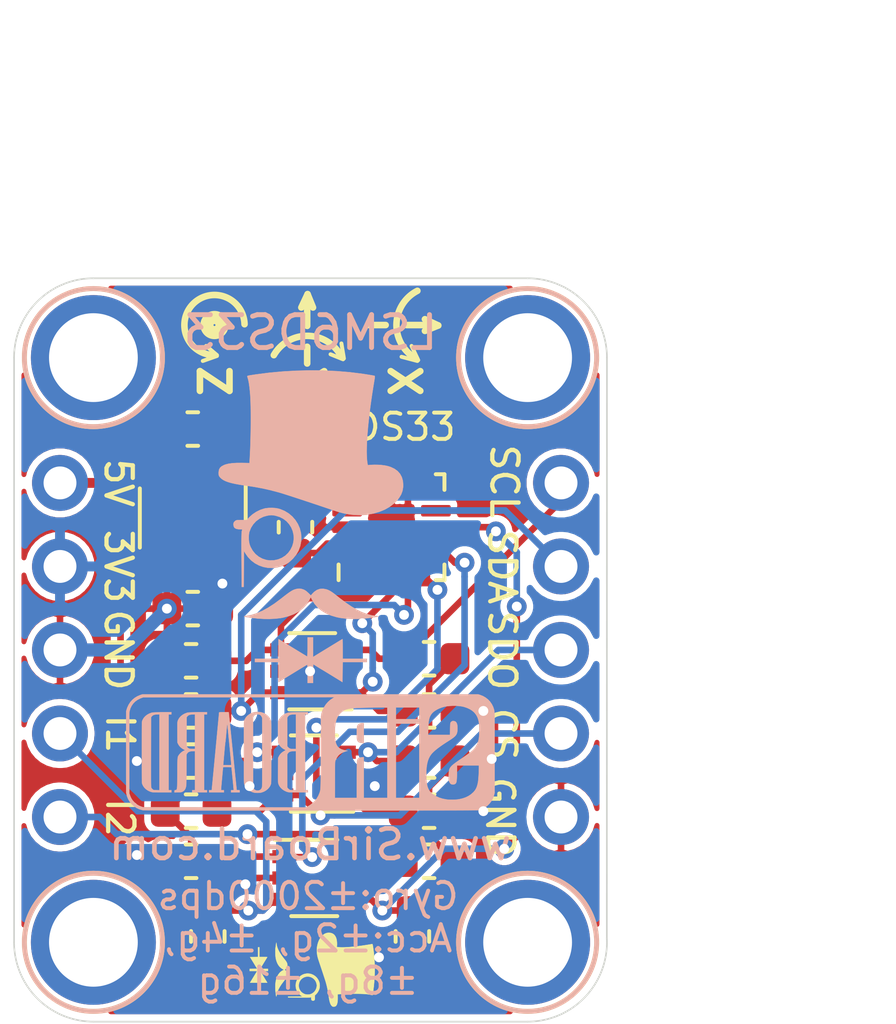
<source format=kicad_pcb>
(kicad_pcb (version 20171130) (host pcbnew "(5.1.2)-2")
  (title_block (title "LSM6DS33 Breakout with 5V Level Shift") (date 2020-01-09) (rev 1) (company SirBoard) (comment 1 "Gyroscope: ±125/±245/±500/±1000/±2000 dps") (comment 2 "Accelerometer: ±2g, ±4g, ±8g, ±16g") (comment 3 "Digital Accelerometer and Gyroscope with I2C and SPI") (comment 4 "LSM6DS33 "))
  (layers (0 F.Cu signal) (31 B.Cu signal) (34 B.Paste user hide) (35 F.Paste user hide) (36 B.SilkS user) (37 F.SilkS user) (38 B.Mask user hide) (39 F.Mask user hide) (44 Edge.Cuts user))
  (net 0 "")
  (net 1 GND)
  (net 2 5V)
  (net 3 3V3)
  (net 4 "Net-(U1-Pad4)")
  (net 5 SCL_5V)
  (net 6 SDA_3V3)
  (net 7 SDA_5V)
  (net 8 SCL_3V3)
  (net 9 CS_5V)
  (net 10 CS_3V3)
  (net 11 SDO_5V)
  (net 12 SDO_3V3)
  (net 13 INT1_3V3)
  (net 14 INT1_5V)
  (net 15 INT2_3V3)
  (net 16 "Net-(U2-Pad14)")
  (net 17 INT2_5V)
  (module logo:SirBoard112x35 (layer B.Cu) (at 65.2272 40.3733 180)
    (fp_text reference G*** hide)
    (fp_text value LOGO hide)
  )
  (module logo:logo94x134 (layer B.Cu) (at 65.2272 33.5153 180)
    (fp_text reference G*** hide)
    (fp_text value LOGO hide)
  )
  (module logo:logo38x53 (layer F.Cu) (at 65.278 46.99 270)
    (fp_text reference G*** hide)
    (fp_text value LOGO hide)
  )
  (module Capacitor_SMD:C_0603_1608Metric (layer F.Cu) (at 64.77 33.528 90)
    (fp_text reference C2 hide)
    (fp_text value 100nF)
    (pad 2 smd roundrect (at 0.7875 0 90) (size 0.875 0.95) (layers F.Cu F.Paste F.Mask) (net 1 GND))
    (pad 1 smd roundrect (at -0.7875 0 90) (size 0.875 0.95) (layers F.Cu F.Paste F.Mask) (net 3 3V3))
  )
  (module SirBoardLibrary:QFN-COL-16-P=0.5 (layer F.Cu) (at 67.691 33.528 90)
    (fp_text reference U2 hide)
    (fp_text value LSM6DS33)
    (pad 16 smd roundrect (at -0.5 -1.35 90) (size 0.35 0.9) (layers F.Cu F.Paste F.Mask) (roundrect_rratio 0.15) (net 3 3V3))
    (pad 15 smd roundrect (at 0 -1.35 90) (size 0.35 0.9) (layers F.Cu F.Paste F.Mask) (roundrect_rratio 0.15) (net 1 GND))
    (pad 14 smd roundrect (at 0.5 -1.35 90) (size 0.35 0.9) (layers F.Cu F.Paste F.Mask) (roundrect_rratio 0.15) (net 16 "Net-(U2-Pad14)"))
    (pad 13 smd roundrect (at 1.35 -1) (size 0.35 0.9) (layers F.Cu F.Paste F.Mask) (roundrect_rratio 0.15) (net 1 GND))
    (pad 12 smd roundrect (at 1.35 -0.5) (size 0.35 0.9) (layers F.Cu F.Paste F.Mask) (roundrect_rratio 0.15) (net 1 GND))
    (pad 11 smd roundrect (at 1.35 0) (size 0.35 0.9) (layers F.Cu F.Paste F.Mask) (roundrect_rratio 0.15) (net 1 GND))
    (pad 10 smd roundrect (at 1.35 0.5) (size 0.35 0.9) (layers F.Cu F.Paste F.Mask) (roundrect_rratio 0.15) (net 1 GND))
    (pad 9 smd roundrect (at 1.35 1) (size 0.35 0.9) (layers F.Cu F.Paste F.Mask) (roundrect_rratio 0.15) (net 1 GND))
    (pad 8 smd roundrect (at 0.5 1.35 270) (size 0.35 0.9) (layers F.Cu F.Paste F.Mask) (roundrect_rratio 0.15) (net 1 GND))
    (pad 7 smd roundrect (at 0 1.35 270) (size 0.35 0.9) (layers F.Cu F.Paste F.Mask) (roundrect_rratio 0.15) (net 13 INT1_3V3))
    (pad 6 smd roundrect (at -0.5 1.35 270) (size 0.35 0.9) (layers F.Cu F.Paste F.Mask) (roundrect_rratio 0.15) (net 15 INT2_3V3))
    (pad 5 smd roundrect (at -1.35 1 180) (size 0.35 0.9) (layers F.Cu F.Paste F.Mask) (roundrect_rratio 0.15) (net 10 CS_3V3))
    (pad 4 smd roundrect (at -1.35 0.5 180) (size 0.35 0.9) (layers F.Cu F.Paste F.Mask) (roundrect_rratio 0.15) (net 12 SDO_3V3))
    (pad 3 smd roundrect (at -1.35 0 180) (size 0.35 0.9) (layers F.Cu F.Paste F.Mask) (roundrect_rratio 0.15) (net 6 SDA_3V3))
    (pad 2 smd roundrect (at -1.35 -0.5 180) (size 0.35 0.9) (layers F.Cu F.Paste F.Mask) (roundrect_rratio 0.15) (net 8 SCL_3V3))
    (pad 1 smd roundrect (at -1.35 -1 180) (size 0.35 0.9) (layers F.Cu F.Paste F.Mask) (roundrect_rratio 0.15) (net 3 3V3))
  )
  (module Resistor_SMD:R_0603_1608Metric (layer F.Cu) (at 62.103 45.974 90)
    (fp_text reference R12 hide)
    (fp_text value 10K)
    (pad 2 smd roundrect (at 0.7875 0 90) (size 0.875 0.95) (layers F.Cu F.Paste F.Mask) (net 14 INT1_5V))
    (pad 1 smd roundrect (at -0.7875 0 90) (size 0.875 0.95) (layers F.Cu F.Paste F.Mask) (net 2 5V))
  )
  (module Resistor_SMD:R_0603_1608Metric (layer F.Cu) (at 68.326 45.974 270)
    (fp_text reference R11 hide)
    (fp_text value 10K)
    (pad 2 smd roundrect (at 0.7875 0 270) (size 0.875 0.95) (layers F.Cu F.Paste F.Mask) (net 3 3V3))
    (pad 1 smd roundrect (at -0.7875 0 270) (size 0.875 0.95) (layers F.Cu F.Paste F.Mask) (net 13 INT1_3V3))
  )
  (module Resistor_SMD:R_0603_1608Metric (layer F.Cu) (at 68.834 43.688 180)
    (fp_text reference R10 hide)
    (fp_text value 10K)
    (pad 2 smd roundrect (at 0.7875 0 180) (size 0.875 0.95) (layers F.Cu F.Paste F.Mask) (net 17 INT2_5V))
    (pad 1 smd roundrect (at -0.7875 0 180) (size 0.875 0.95) (layers F.Cu F.Paste F.Mask) (net 2 5V))
  )
  (module Resistor_SMD:R_0603_1608Metric (layer F.Cu) (at 61.595 43.688 180)
    (fp_text reference R9 hide)
    (fp_text value 10K)
    (pad 2 smd roundrect (at 0.7875 0 180) (size 0.875 0.95) (layers F.Cu F.Paste F.Mask) (net 3 3V3))
    (pad 1 smd roundrect (at -0.7875 0 180) (size 0.875 0.95) (layers F.Cu F.Paste F.Mask) (net 15 INT2_3V3))
  )
  (module Package_TO_SOT_SMD:SOT-363_SC-70-6 (layer F.Cu) (at 65.3415 44.196)
    (fp_text reference Q3 hide)
    (fp_text value BSS138DW)
    (pad 6 smd rect (at 0.95 -0.65) (size 0.65 0.4) (layers F.Cu F.Paste F.Mask) (net 17 INT2_5V))
    (pad 4 smd rect (at 0.95 0.65) (size 0.65 0.4) (layers F.Cu F.Paste F.Mask) (net 13 INT1_3V3))
    (pad 2 smd rect (at -0.95 0) (size 0.65 0.4) (layers F.Cu F.Paste F.Mask) (net 3 3V3))
    (pad 5 smd rect (at 0.95 0) (size 0.65 0.4) (layers F.Cu F.Paste F.Mask) (net 3 3V3))
    (pad 3 smd rect (at -0.95 0.65) (size 0.65 0.4) (layers F.Cu F.Paste F.Mask) (net 14 INT1_5V))
    (pad 1 smd rect (at -0.95 -0.65) (size 0.65 0.4) (layers F.Cu F.Paste F.Mask) (net 15 INT2_3V3))
  )
  (module Connector_PinHeader_2.54mm:PinHeader_1x05_P2.54mm_Vertical (layer F.Cu) (at 72.8472 32.1818)
    (fp_text reference J2 hide)
    (fp_text value Conn_01x05)
    (pad 5 thru_hole oval (at 0 10.16) (size 1.7 1.7) (drill 1) (layers *.Cu *.Mask) (net 1 GND))
    (pad 4 thru_hole oval (at 0 7.62) (size 1.7 1.7) (drill 1) (layers *.Cu *.Mask) (net 9 CS_5V))
    (pad 3 thru_hole oval (at 0 5.08) (size 1.7 1.7) (drill 1) (layers *.Cu *.Mask) (net 11 SDO_5V))
    (pad 2 thru_hole oval (at 0 2.54) (size 1.7 1.7) (drill 1) (layers *.Cu *.Mask) (net 7 SDA_5V))
    (pad 1 thru_hole circle (at 0 0) (size 1.7 1.7) (drill 1) (layers *.Cu *.Mask) (net 5 SCL_5V))
  )
  (module Connector_PinHeader_2.54mm:PinHeader_1x05_P2.54mm_Vertical (layer F.Cu) (at 57.6072 32.1818)
    (fp_text reference J1 hide)
    (fp_text value Conn_01x05)
    (pad 5 thru_hole oval (at 0 10.16) (size 1.7 1.7) (drill 1) (layers *.Cu *.Mask) (net 17 INT2_5V))
    (pad 4 thru_hole oval (at 0 7.62) (size 1.7 1.7) (drill 1) (layers *.Cu *.Mask) (net 14 INT1_5V))
    (pad 3 thru_hole oval (at 0 5.08) (size 1.7 1.7) (drill 1) (layers *.Cu *.Mask) (net 1 GND))
    (pad 2 thru_hole oval (at 0 2.54) (size 1.7 1.7) (drill 1) (layers *.Cu *.Mask) (net 3 3V3))
    (pad 1 thru_hole circle (at 0 0) (size 1.7 1.7) (drill 1) (layers *.Cu *.Mask) (net 2 5V))
  )
  (module Package_TO_SOT_SMD:SOT-23-5 (layer F.Cu) (at 61.6458 33.2486 270)
    (fp_text reference U1 hide)
    (fp_text value AP2127K-3.3)
    (pad 5 smd rect (at 1.1 -0.95 270) (size 1.06 0.65) (layers F.Cu F.Paste F.Mask) (net 3 3V3))
    (pad 4 smd rect (at 1.1 0.95 270) (size 1.06 0.65) (layers F.Cu F.Paste F.Mask) (net 4 "Net-(U1-Pad4)"))
    (pad 3 smd rect (at -1.1 0.95 270) (size 1.06 0.65) (layers F.Cu F.Paste F.Mask) (net 2 5V))
    (pad 2 smd rect (at -1.1 0 270) (size 1.06 0.65) (layers F.Cu F.Paste F.Mask) (net 1 GND))
    (pad 1 smd rect (at -1.1 -0.95 270) (size 1.06 0.65) (layers F.Cu F.Paste F.Mask) (net 2 5V))
  )
  (module Resistor_SMD:R_0603_1608Metric (layer F.Cu) (at 68.834 37.5285 180)
    (fp_text reference R8 hide)
    (fp_text value 10K)
    (pad 2 smd roundrect (at 0.7875 0 180) (size 0.875 0.95) (layers F.Cu F.Paste F.Mask) (net 5 SCL_5V))
    (pad 1 smd roundrect (at -0.7875 0 180) (size 0.875 0.95) (layers F.Cu F.Paste F.Mask) (net 2 5V))
  )
  (module Resistor_SMD:R_0603_1608Metric (layer F.Cu) (at 61.595 37.592 180)
    (fp_text reference R7 hide)
    (fp_text value 10K)
    (pad 2 smd roundrect (at 0.7875 0 180) (size 0.875 0.95) (layers F.Cu F.Paste F.Mask) (net 3 3V3))
    (pad 1 smd roundrect (at -0.7875 0 180) (size 0.875 0.95) (layers F.Cu F.Paste F.Mask) (net 8 SCL_3V3))
  )
  (module Resistor_SMD:R_0603_1608Metric (layer F.Cu) (at 61.595 39.116)
    (fp_text reference R6 hide)
    (fp_text value 10K)
    (pad 2 smd roundrect (at 0.7875 0) (size 0.875 0.95) (layers F.Cu F.Paste F.Mask) (net 7 SDA_5V))
    (pad 1 smd roundrect (at -0.7875 0) (size 0.875 0.95) (layers F.Cu F.Paste F.Mask) (net 2 5V))
  )
  (module Resistor_SMD:R_0603_1608Metric (layer F.Cu) (at 68.834 39.116)
    (fp_text reference R5 hide)
    (fp_text value 10K)
    (pad 2 smd roundrect (at 0.7875 0) (size 0.875 0.95) (layers F.Cu F.Paste F.Mask) (net 3 3V3))
    (pad 1 smd roundrect (at -0.7875 0) (size 0.875 0.95) (layers F.Cu F.Paste F.Mask) (net 6 SDA_3V3))
  )
  (module Resistor_SMD:R_0603_1608Metric (layer F.Cu) (at 68.834 40.64 180)
    (fp_text reference R4 hide)
    (fp_text value 10K)
    (pad 2 smd roundrect (at 0.7875 0 180) (size 0.875 0.95) (layers F.Cu F.Paste F.Mask) (net 11 SDO_5V))
    (pad 1 smd roundrect (at -0.7875 0 180) (size 0.875 0.95) (layers F.Cu F.Paste F.Mask) (net 2 5V))
  )
  (module Resistor_SMD:R_0603_1608Metric (layer F.Cu) (at 61.595 40.64 180)
    (fp_text reference R3 hide)
    (fp_text value 10K)
    (pad 2 smd roundrect (at 0.7875 0 180) (size 0.875 0.95) (layers F.Cu F.Paste F.Mask) (net 3 3V3))
    (pad 1 smd roundrect (at -0.7875 0 180) (size 0.875 0.95) (layers F.Cu F.Paste F.Mask) (net 12 SDO_3V3))
  )
  (module Resistor_SMD:R_0603_1608Metric (layer F.Cu) (at 61.595 42.164)
    (fp_text reference R2 hide)
    (fp_text value 10K)
    (pad 2 smd roundrect (at 0.7875 0) (size 0.875 0.95) (layers F.Cu F.Paste F.Mask) (net 9 CS_5V))
    (pad 1 smd roundrect (at -0.7875 0) (size 0.875 0.95) (layers F.Cu F.Paste F.Mask) (net 2 5V))
  )
  (module Resistor_SMD:R_0603_1608Metric (layer F.Cu) (at 68.834 42.164)
    (fp_text reference R1 hide)
    (fp_text value 10K)
    (pad 2 smd roundrect (at 0.7875 0) (size 0.875 0.95) (layers F.Cu F.Paste F.Mask) (net 3 3V3))
    (pad 1 smd roundrect (at -0.7875 0) (size 0.875 0.95) (layers F.Cu F.Paste F.Mask) (net 10 CS_3V3))
  )
  (module Package_TO_SOT_SMD:SOT-363_SC-70-6 (layer F.Cu) (at 65.278 37.9095 180)
    (fp_text reference Q2 hide)
    (fp_text value BSS138DW)
    (pad 6 smd rect (at 0.95 -0.65 180) (size 0.65 0.4) (layers F.Cu F.Paste F.Mask) (net 7 SDA_5V))
    (pad 4 smd rect (at 0.95 0.65 180) (size 0.65 0.4) (layers F.Cu F.Paste F.Mask) (net 8 SCL_3V3))
    (pad 2 smd rect (at -0.95 0 180) (size 0.65 0.4) (layers F.Cu F.Paste F.Mask) (net 3 3V3))
    (pad 5 smd rect (at 0.95 0 180) (size 0.65 0.4) (layers F.Cu F.Paste F.Mask) (net 3 3V3))
    (pad 3 smd rect (at -0.95 0.65 180) (size 0.65 0.4) (layers F.Cu F.Paste F.Mask) (net 5 SCL_5V))
    (pad 1 smd rect (at -0.95 -0.65 180) (size 0.65 0.4) (layers F.Cu F.Paste F.Mask) (net 6 SDA_3V3))
  )
  (module Package_TO_SOT_SMD:SOT-363_SC-70-6 (layer F.Cu) (at 65.3288 41.021 180)
    (fp_text reference Q1 hide)
    (fp_text value BSS138DW)
    (pad 6 smd rect (at 0.95 -0.65 180) (size 0.65 0.4) (layers F.Cu F.Paste F.Mask) (net 9 CS_5V))
    (pad 4 smd rect (at 0.95 0.65 180) (size 0.65 0.4) (layers F.Cu F.Paste F.Mask) (net 12 SDO_3V3))
    (pad 2 smd rect (at -0.95 0 180) (size 0.65 0.4) (layers F.Cu F.Paste F.Mask) (net 3 3V3))
    (pad 5 smd rect (at 0.95 0 180) (size 0.65 0.4) (layers F.Cu F.Paste F.Mask) (net 3 3V3))
    (pad 3 smd rect (at -0.95 0.65 180) (size 0.65 0.4) (layers F.Cu F.Paste F.Mask) (net 11 SDO_5V))
    (pad 1 smd rect (at -0.95 -0.65 180) (size 0.65 0.4) (layers F.Cu F.Paste F.Mask) (net 10 CS_3V3))
  )
  (module Capacitor_SMD:C_0603_1608Metric (layer F.Cu) (at 61.6458 36.0045 180)
    (fp_text reference C3 hide)
    (fp_text value 1uF)
    (pad 2 smd roundrect (at 0.7875 0 180) (size 0.875 0.95) (layers F.Cu F.Paste F.Mask) (net 1 GND))
    (pad 1 smd roundrect (at -0.7875 0 180) (size 0.875 0.95) (layers F.Cu F.Paste F.Mask) (net 3 3V3))
  )
  (module Capacitor_SMD:C_0603_1608Metric (layer F.Cu) (at 61.6458 30.5435)
    (fp_text reference C1 hide)
    (fp_text value 1uF)
    (pad 2 smd roundrect (at 0.7875 0) (size 0.875 0.95) (layers F.Cu F.Paste F.Mask) (net 1 GND))
    (pad 1 smd roundrect (at -0.7875 0) (size 0.875 0.95) (layers F.Cu F.Paste F.Mask) (net 2 5V))
  )
  (module SirBoardLibrary:MountingHole_M2.5_SirBoard (layer F.Cu) (at 58.6232 28.3718 180)
    (fp_text reference H1 hide)
    (fp_text value MountingHole)
    (pad 1 thru_hole circle (at 0 0 180) (size 3.8 3.8) (drill 2.7) (layers *.Cu *.Mask))
  )
  (module SirBoardLibrary:MountingHole_M2.5_SirBoard (layer F.Cu) (at 71.8312 28.3718 180)
    (fp_text reference H2 hide)
    (fp_text value MountingHole)
    (pad 1 thru_hole circle (at 0 0 180) (size 3.8 3.8) (drill 2.7) (layers *.Cu *.Mask))
  )
  (module SirBoardLibrary:MountingHole_M2.5_SirBoard (layer F.Cu) (at 58.6232 46.1518)
    (fp_text reference H3 hide)
    (fp_text value MountingHole)
    (pad 1 thru_hole circle (at 0 0) (size 3.8 3.8) (drill 2.7) (layers *.Cu *.Mask))
  )
  (module SirBoardLibrary:MountingHole_M2.5_SirBoard (layer F.Cu) (at 71.8312 46.1518)
    (fp_text reference H4 hide)
    (fp_text value MountingHole)
    (pad 1 thru_hole circle (at 0 0) (size 3.8 3.8) (drill 2.7) (layers *.Cu *.Mask))
  )
  (gr_line (start 66.2432 28.3972) (end 66.167 27.94) (layer F.SilkS) (width 0.12))
  (gr_line (start 65.8368 28.2702) (end 66.2178 28.4226) (layer F.SilkS) (width 0.12))
  (gr_arc (start 65.1256 28.8798) (end 66.166999 28.346401) (angle -122.9798828) (layer F.SilkS) (width 0.2))
  (gr_line (start 65.1256 28.5496) (end 65.1256 28.0416) (layer F.SilkS) (width 0.2))
  (gr_line (start 65.1383 26.4414) (end 65.3034 26.8478) (layer F.SilkS) (width 0.2))
  (gr_line (start 65.1383 26.4414) (end 64.9478 26.8478) (layer F.SilkS) (width 0.2))
  (gr_line (start 65.1256 27.4066) (end 65.1256 26.6192) (layer F.SilkS) (width 0.2))
  (gr_line (start 68.5038 28.448) (end 68.3006 28.0162) (layer F.SilkS) (width 0.12))
  (gr_line (start 67.9958 28.3464) (end 68.4784 28.4734) (layer F.SilkS) (width 0.12))
  (gr_arc (start 69.0118 27.3812) (end 68.478401 26.339801) (angle -122.9798828) (layer F.SilkS) (width 0.2))
  (gr_line (start 67.0052 27.3812) (end 67.5132 27.3812) (layer F.SilkS) (width 0.2))
  (gr_line (start 69.1134 27.3939) (end 68.707 27.559) (layer F.SilkS) (width 0.2))
  (gr_line (start 69.1134 27.3939) (end 68.707 27.2034) (layer F.SilkS) (width 0.2))
  (gr_line (start 68.1482 27.3812) (end 68.9356 27.3812) (layer F.SilkS) (width 0.2))
  (gr_line (start 62.3824 28.321) (end 61.9506 28.4734) (layer F.SilkS) (width 0.12))
  (gr_line (start 62.0522 28.0162) (end 62.3824 28.2956) (layer F.SilkS) (width 0.12))
  (gr_arc (start 62.3062 27.3812) (end 63.2206 27.3558) (angle -268.4088597) (layer F.SilkS) (width 0.2))
  (gr_circle (center 62.3062 27.3812) (end 62.536207 27.3812) (layer F.SilkS) (width 0.4))
  (gr_text X (at 68.072 29.083 270) (layer F.SilkS) (effects (font (size 0.9 0.9) (thickness 0.2))))
  (gr_text Z (at 62.357 29.083 90) (layer F.SilkS) (effects (font (size 0.9 0.9) (thickness 0.2))))
  (gr_text Y (at 65.151 29.083 270) (layer F.SilkS) (effects (font (size 0.9 0.9) (thickness 0.2))))
  (gr_text GND (at 70.993 42.3545 270) (layer F.SilkS) (effects (font (size 0.8 0.8) (thickness 0.13))))
  (gr_text SDA (at 71.0565 34.7345 270) (layer F.SilkS) (effects (font (size 0.8 0.8) (thickness 0.13))))
  (gr_text SDO (at 71.0565 37.2745 270) (layer F.SilkS) (effects (font (size 0.8 0.8) (thickness 0.13))))
  (gr_text CS (at 71.0565 39.8145 270) (layer F.SilkS) (effects (font (size 0.8 0.8) (thickness 0.13))))
  (gr_text I2 (at 59.436 42.3545 270) (layer F.SilkS) (effects (font (size 0.8 0.8) (thickness 0.13))))
  (gr_text 5V (at 59.3852 32.1818 270) (layer F.SilkS) (effects (font (size 0.8 0.8) (thickness 0.13))))
  (gr_text 3V3 (at 59.3852 34.7218 270) (layer F.SilkS) (effects (font (size 0.8 0.8) (thickness 0.13))))
  (gr_text GND (at 59.3852 37.2618 270) (layer F.SilkS) (effects (font (size 0.8 0.8) (thickness 0.13))))
  (gr_text I1 (at 59.436 39.8145 270) (layer F.SilkS) (effects (font (size 0.8 0.8) (thickness 0.13))))
  (gr_text LSM6DS33 (at 66.548 30.48) (layer F.SilkS) (effects (font (size 0.8 0.8) (thickness 0.12))))
  (gr_text SCL (at 71.12 32.131 270) (layer F.SilkS) (effects (font (size 0.8 0.8) (thickness 0.13))))
  (gr_text LSM6DS33 (at 65.2272 27.6098) (layer B.SilkS) (effects (font (size 1 1)) (justify mirror)))
  (gr_text "Gyro:±2000dps\nAcc:±2g, ±4g,\n±8g, ±16g" (at 65.151 46.0375) (layer B.SilkS) (effects (font (size 0.8 0.8) (thickness 0.12)) (justify mirror)))
  (gr_text www.SirBoard.com (at 65.2145 43.18) (layer B.SilkS) (effects (font (size 0.9 0.9) (thickness 0.14)) (justify mirror)))
  (gr_line (start 56.2102 28.3718) (end 56.2102 46.1518) (layer Edge.Cuts) (width 0.05))
  (gr_line (start 71.8312 25.9588) (end 58.6232 25.9588) (layer Edge.Cuts) (width 0.05))
  (gr_line (start 74.240865 46.024976) (end 74.2442 28.3718) (layer Edge.Cuts) (width 0.05))
  (gr_line (start 71.8312 48.5648) (end 58.6232 48.5648) (layer Edge.Cuts) (width 0.05))
  (gr_arc (start 71.8312 46.1518) (end 71.8312 48.5648) (angle -93.0127875) (layer Edge.Cuts) (width 0.05))
  (gr_arc (start 58.6232 46.1518) (end 56.2102 46.1518) (angle -90) (layer Edge.Cuts) (width 0.05))
  (gr_arc (start 71.8312 28.3718) (end 74.2442 28.3718) (angle -90) (layer Edge.Cuts) (width 0.05))
  (gr_arc (start 58.6232 28.3718) (end 58.6232 25.9588) (angle -90) (layer Edge.Cuts) (width 0.05))
  (via (at 60.8583 36.0045) (size 0.6) (drill 0.3) (layers F.Cu B.Cu) (net 1))
  (segment (start 59.601 37.2618) (end 57.6072 37.2618) (width 0.4) (layer B.Cu) (net 1))
  (segment (start 60.8583 36.0045) (end 59.601 37.2618) (width 0.4) (layer B.Cu) (net 1))
  (segment (start 60.6626 32.1818) (end 60.6958 32.1486) (width 0.3) (layer F.Cu) (net 2))
  (segment (start 60.8583 30.5435) (end 60.8583 31.1913) (width 0.3) (layer F.Cu) (net 2))
  (segment (start 60.6958 31.3186) (end 60.6958 32.1486) (width 0.3) (layer F.Cu) (net 2))
  (segment (start 60.8231 31.1913) (end 60.6958 31.3186) (width 0.3) (layer F.Cu) (net 2))
  (segment (start 60.8583 31.1913) (end 60.8231 31.1913) (width 0.3) (layer F.Cu) (net 2))
  (segment (start 61.595 39.9035) (end 60.8075 39.116) (width 0.2) (layer F.Cu) (net 2))
  (segment (start 61.595 41.402) (end 61.595 39.9035) (width 0.2) (layer F.Cu) (net 2))
  (segment (start 60.8075 42.164) (end 60.833 42.164) (width 0.2) (layer F.Cu) (net 2))
  (segment (start 60.833 42.164) (end 61.595 41.402) (width 0.2) (layer F.Cu) (net 2))
  (segment (start 69.159888 43.226388) (end 69.6215 43.688) (width 0.2) (layer F.Cu) (net 2))
  (segment (start 68.834 42.9005) (end 69.159888 43.226388) (width 0.2) (layer F.Cu) (net 2))
  (segment (start 69.6215 40.64) (end 68.834 41.4275) (width 0.2) (layer F.Cu) (net 2))
  (segment (start 68.834 41.4275) (end 68.834 42.9005) (width 0.2) (layer F.Cu) (net 2))
  (segment (start 60.8075 42.164) (end 61.595 42.9515) (width 0.2) (layer F.Cu) (net 2))
  (segment (start 61.595 42.9515) (end 61.595 44.323) (width 0.2) (layer F.Cu) (net 2))
  (segment (start 61.595 44.323) (end 61.2775 44.6405) (width 0.2) (layer F.Cu) (net 2))
  (segment (start 61.2775 45.936) (end 62.103 46.7615) (width 0.2) (layer F.Cu) (net 2))
  (segment (start 61.2775 44.6405) (end 61.2775 45.936) (width 0.2) (layer F.Cu) (net 2))
  (segment (start 69.159888 40.178388) (end 69.6215 40.64) (width 0.2) (layer F.Cu) (net 2))
  (segment (start 68.834 39.8525) (end 69.159888 40.178388) (width 0.2) (layer F.Cu) (net 2))
  (segment (start 69.6215 37.5285) (end 68.834 38.316) (width 0.2) (layer F.Cu) (net 2))
  (segment (start 68.834 38.316) (end 68.834 39.8525) (width 0.2) (layer F.Cu) (net 2))
  (segment (start 62.5958 32.7812) (end 62.5958 32.1486) (width 0.3) (layer F.Cu) (net 2))
  (segment (start 62.2935 33.0835) (end 62.5958 32.7812) (width 0.3) (layer F.Cu) (net 2))
  (segment (start 61.0235 33.0835) (end 62.2935 33.0835) (width 0.3) (layer F.Cu) (net 2))
  (segment (start 60.6958 32.1486) (end 60.6958 32.7558) (width 0.3) (layer F.Cu) (net 2))
  (segment (start 60.6958 32.7558) (end 61.0235 33.0835) (width 0.3) (layer F.Cu) (net 2))
  (segment (start 59.4487 32.1818) (end 59.4487 38.8112) (width 0.2) (layer F.Cu) (net 2))
  (segment (start 57.6072 32.1818) (end 59.4487 32.1818) (width 0.3) (layer F.Cu) (net 2))
  (segment (start 59.4487 32.1818) (end 60.6626 32.1818) (width 0.3) (layer F.Cu) (net 2))
  (segment (start 59.7535 39.116) (end 60.8075 39.116) (width 0.2) (layer F.Cu) (net 2))
  (segment (start 59.4487 38.8112) (end 59.7535 39.116) (width 0.2) (layer F.Cu) (net 2))
  (segment (start 62.103 46.7615) (end 64.681 46.7615) (width 0.2) (layer F.Cu) (net 2))
  (segment (start 64.681 46.7615) (end 65.4685 45.974) (width 0.2) (layer F.Cu) (net 2))
  (segment (start 65.4685 45.974) (end 68.961 45.974) (width 0.2) (layer F.Cu) (net 2))
  (segment (start 68.961 45.974) (end 69.1515 45.7835) (width 0.2) (layer F.Cu) (net 2))
  (segment (start 69.1515 44.158) (end 69.6215 43.688) (width 0.2) (layer F.Cu) (net 2))
  (segment (start 69.1515 45.7835) (end 69.1515 44.158) (width 0.2) (layer F.Cu) (net 2))
  (segment (start 64.7369 34.3486) (end 64.77 34.3155) (width 0.3) (layer F.Cu) (net 3))
  (segment (start 62.5958 34.3486) (end 64.7369 34.3486) (width 0.3) (layer F.Cu) (net 3))
  (segment (start 66.691 34.378) (end 66.341 34.028) (width 0.2) (layer F.Cu) (net 3))
  (segment (start 66.691 34.878) (end 66.691 34.378) (width 0.2) (layer F.Cu) (net 3))
  (segment (start 66.341 34.028) (end 65.7305 34.028) (width 0.2) (layer F.Cu) (net 3))
  (segment (start 65.443 34.3155) (end 64.77 34.3155) (width 0.2) (layer F.Cu) (net 3))
  (segment (start 65.7305 34.028) (end 65.443 34.3155) (width 0.2) (layer F.Cu) (net 3))
  (segment (start 62.395 36.0045) (end 62.4333 36.0045) (width 0.2) (layer F.Cu) (net 3))
  (segment (start 60.8075 37.592) (end 62.395 36.0045) (width 0.2) (layer F.Cu) (net 3))
  (segment (start 62.5475 34.3969) (end 62.5958 34.3486) (width 0.2) (layer F.Cu) (net 3))
  (segment (start 62.4333 36.0045) (end 62.5475 35.8903) (width 0.2) (layer F.Cu) (net 3))
  (segment (start 62.5475 35.8903) (end 62.5475 35.2425) (width 0.2) (layer F.Cu) (net 3))
  (segment (start 62.5475 35.2425) (end 62.5475 34.3969) (width 0.2) (layer F.Cu) (net 3))
  (via (at 62.5475 35.2425) (size 0.6) (drill 0.3) (layers F.Cu B.Cu) (net 3))
  (via (at 59.944 40.64) (size 0.6) (drill 0.3) (layers F.Cu B.Cu) (net 3))
  (segment (start 60.8075 40.64) (end 59.944 40.64) (width 0.2) (layer F.Cu) (net 3))
  (via (at 70.485 39.116) (size 0.6) (drill 0.3) (layers F.Cu B.Cu) (net 3))
  (segment (start 69.6215 39.116) (end 70.485 39.116) (width 0.4) (layer F.Cu) (net 3))
  (via (at 70.485 42.164) (size 0.6) (drill 0.3) (layers F.Cu B.Cu) (net 3))
  (segment (start 69.6215 42.164) (end 70.485 42.164) (width 0.2) (layer F.Cu) (net 3))
  (via (at 63.373 41.402) (size 0.6) (drill 0.3) (layers F.Cu B.Cu) (net 3))
  (segment (start 64.3788 41.021) (end 63.754 41.021) (width 0.2) (layer F.Cu) (net 3))
  (segment (start 63.754 41.021) (end 63.373 41.402) (width 0.2) (layer F.Cu) (net 3))
  (segment (start 66.2915 44.196) (end 64.3915 44.196) (width 0.2) (layer F.Cu) (net 3))
  (segment (start 66.228 37.9095) (end 65.2145 37.9095) (width 0.2) (layer F.Cu) (net 3))
  (segment (start 65.2145 37.9095) (end 64.328 37.9095) (width 0.2) (layer F.Cu) (net 3))
  (via (at 65.2145 37.9095) (size 0.6) (drill 0.3) (layers F.Cu B.Cu) (net 3))
  (via (at 67.183 41.402) (size 0.6) (drill 0.3) (layers F.Cu B.Cu) (net 3))
  (segment (start 66.2788 41.021) (end 66.802 41.021) (width 0.2) (layer F.Cu) (net 3))
  (segment (start 66.802 41.021) (end 67.183 41.402) (width 0.2) (layer F.Cu) (net 3))
  (via (at 59.944 43.4975) (size 0.6) (drill 0.3) (layers F.Cu B.Cu) (net 3))
  (segment (start 60.8075 43.688) (end 60.1345 43.688) (width 0.2) (layer F.Cu) (net 3))
  (segment (start 60.1345 43.688) (end 59.944 43.4975) (width 0.2) (layer F.Cu) (net 3))
  (via (at 70.739 40.5765) (size 0.6) (drill 0.3) (layers F.Cu B.Cu) (net 3))
  (segment (start 70.739 39.37) (end 70.739 40.5765) (width 0.4) (layer F.Cu) (net 3))
  (segment (start 70.485 39.116) (end 70.739 39.37) (width 0.4) (layer F.Cu) (net 3))
  (via (at 63.246 44.3865) (size 0.6) (drill 0.3) (layers F.Cu B.Cu) (net 3))
  (segment (start 63.4365 44.196) (end 63.246 44.3865) (width 0.2) (layer F.Cu) (net 3))
  (segment (start 64.3915 44.196) (end 63.4365 44.196) (width 0.2) (layer F.Cu) (net 3))
  (via (at 67.31 46.609) (size 0.6) (drill 0.3) (layers F.Cu B.Cu) (net 3))
  (segment (start 68.326 46.7615) (end 67.4625 46.7615) (width 0.2) (layer F.Cu) (net 3))
  (segment (start 67.4625 46.7615) (end 67.31 46.609) (width 0.2) (layer F.Cu) (net 3))
  (segment (start 68.0465 37.5285) (end 67.31 37.5285) (width 0.2) (layer F.Cu) (net 5))
  (segment (start 67.041 37.2595) (end 66.228 37.2595) (width 0.2) (layer F.Cu) (net 5))
  (segment (start 67.31 37.5285) (end 67.041 37.2595) (width 0.2) (layer F.Cu) (net 5))
  (segment (start 72.8472 32.7278) (end 72.8472 32.1818) (width 0.2) (layer F.Cu) (net 5))
  (segment (start 68.0465 37.5285) (end 72.8472 32.7278) (width 0.2) (layer F.Cu) (net 5))
  (segment (start 67.3095 39.116) (end 68.0465 39.116) (width 0.2) (layer F.Cu) (net 6))
  (segment (start 66.753 38.5595) (end 67.3095 39.116) (width 0.2) (layer F.Cu) (net 6))
  (via (at 66.801992 36.449) (size 0.6) (drill 0.3) (layers F.Cu B.Cu) (net 6))
  (segment (start 67.691 34.878) (end 67.691 35.559992) (width 0.2) (layer F.Cu) (net 6))
  (segment (start 67.691 35.559992) (end 67.101991 36.149001) (width 0.2) (layer F.Cu) (net 6))
  (segment (start 67.101991 36.149001) (end 66.801992 36.449) (width 0.2) (layer F.Cu) (net 6))
  (segment (start 66.228 38.5595) (end 66.753 38.5595) (width 0.2) (layer F.Cu) (net 6))
  (via (at 67.1195 38.227) (size 0.6) (drill 0.3) (layers F.Cu B.Cu) (net 6))
  (segment (start 66.787 38.5595) (end 66.819501 38.526999) (width 0.2) (layer F.Cu) (net 6))
  (segment (start 66.819501 38.526999) (end 67.1195 38.227) (width 0.2) (layer F.Cu) (net 6))
  (segment (start 66.228 38.5595) (end 66.787 38.5595) (width 0.2) (layer F.Cu) (net 6))
  (segment (start 67.1195 37.802736) (end 67.1195 38.227) (width 0.2) (layer B.Cu) (net 6))
  (segment (start 67.1195 36.766508) (end 67.1195 37.802736) (width 0.2) (layer B.Cu) (net 6))
  (segment (start 66.801992 36.449) (end 67.1195 36.766508) (width 0.2) (layer B.Cu) (net 6))
  (via (at 63.119003 39.116003) (size 0.6) (drill 0.3) (layers F.Cu B.Cu) (net 7))
  (segment (start 64.328 38.5595) (end 63.675506 38.5595) (width 0.2) (layer F.Cu) (net 7))
  (segment (start 63.675506 38.5595) (end 63.419002 38.816004) (width 0.2) (layer F.Cu) (net 7))
  (segment (start 63.119003 36.194997) (end 63.119003 38.691739) (width 0.2) (layer B.Cu) (net 7))
  (segment (start 63.119003 38.691739) (end 63.119003 39.116003) (width 0.2) (layer B.Cu) (net 7))
  (segment (start 66.294 33.02) (end 63.119003 36.194997) (width 0.2) (layer B.Cu) (net 7))
  (segment (start 71.1454 33.02) (end 66.294 33.02) (width 0.2) (layer B.Cu) (net 7))
  (segment (start 62.3825 39.116) (end 63.119 39.116) (width 0.2) (layer F.Cu) (net 7))
  (segment (start 63.419002 38.816004) (end 63.119003 39.116003) (width 0.2) (layer F.Cu) (net 7))
  (segment (start 72.8472 34.7218) (end 71.1454 33.02) (width 0.2) (layer B.Cu) (net 7))
  (segment (start 63.119 39.116) (end 63.119003 39.116003) (width 0.2) (layer F.Cu) (net 7))
  (segment (start 63.803 37.2595) (end 64.328 37.2595) (width 0.2) (layer F.Cu) (net 8))
  (segment (start 63.606 37.2595) (end 63.803 37.2595) (width 0.2) (layer F.Cu) (net 8))
  (segment (start 62.3825 37.592) (end 63.2735 37.592) (width 0.2) (layer F.Cu) (net 8))
  (segment (start 63.2735 37.592) (end 63.606 37.2595) (width 0.2) (layer F.Cu) (net 8))
  (segment (start 67.191 35.428) (end 66.932 35.687) (width 0.2) (layer F.Cu) (net 8))
  (segment (start 67.191 34.878) (end 67.191 35.428) (width 0.2) (layer F.Cu) (net 8))
  (segment (start 66.932 35.687) (end 65.151 35.687) (width 0.2) (layer F.Cu) (net 8))
  (segment (start 64.328 36.51) (end 64.328 37.2595) (width 0.2) (layer F.Cu) (net 8))
  (segment (start 65.151 35.687) (end 64.328 36.51) (width 0.2) (layer F.Cu) (net 8))
  (segment (start 64.1835 41.671) (end 64.3788 41.671) (width 0.2) (layer F.Cu) (net 9))
  (segment (start 62.3825 42.164) (end 63.6905 42.164) (width 0.2) (layer F.Cu) (net 9))
  (segment (start 63.6905 42.164) (end 64.1835 41.671) (width 0.2) (layer F.Cu) (net 9))
  (via (at 65.532002 42.291) (size 0.6) (drill 0.3) (layers F.Cu B.Cu) (net 9))
  (segment (start 70.4342 39.8018) (end 67.945 42.291) (width 0.2) (layer B.Cu) (net 9))
  (segment (start 67.945 42.291) (end 65.956266 42.291) (width 0.2) (layer B.Cu) (net 9))
  (segment (start 65.956266 42.291) (end 65.532002 42.291) (width 0.2) (layer B.Cu) (net 9))
  (segment (start 72.8472 39.8018) (end 70.4342 39.8018) (width 0.2) (layer B.Cu) (net 9))
  (segment (start 65.232003 41.991001) (end 65.532002 42.291) (width 0.2) (layer F.Cu) (net 9))
  (segment (start 64.912002 41.671) (end 65.232003 41.991001) (width 0.2) (layer F.Cu) (net 9))
  (segment (start 64.3788 41.671) (end 64.912002 41.671) (width 0.2) (layer F.Cu) (net 9))
  (via (at 69.088 35.433) (size 0.6) (drill 0.3) (layers F.Cu B.Cu) (net 10))
  (segment (start 68.691 34.878) (end 68.691 35.036) (width 0.2) (layer F.Cu) (net 10))
  (segment (start 68.691 35.036) (end 69.088 35.433) (width 0.2) (layer F.Cu) (net 10))
  (via (at 65.405 39.624) (size 0.6) (drill 0.3) (layers F.Cu B.Cu) (net 10))
  (segment (start 65.7538 41.671) (end 66.2788 41.671) (width 0.2) (layer F.Cu) (net 10))
  (segment (start 65.405 41.3222) (end 65.7538 41.671) (width 0.2) (layer F.Cu) (net 10))
  (segment (start 65.405 39.624) (end 65.405 41.3222) (width 0.2) (layer F.Cu) (net 10))
  (segment (start 66.929 42.164) (end 68.0465 42.164) (width 0.2) (layer F.Cu) (net 10))
  (segment (start 66.2788 41.671) (end 66.436 41.671) (width 0.2) (layer F.Cu) (net 10))
  (segment (start 66.436 41.671) (end 66.929 42.164) (width 0.2) (layer F.Cu) (net 10))
  (segment (start 65.659 39.37) (end 65.405 39.624) (width 0.2) (layer B.Cu) (net 10))
  (segment (start 67.564 39.37) (end 65.659 39.37) (width 0.2) (layer B.Cu) (net 10))
  (segment (start 69.088 35.433) (end 69.088 37.846) (width 0.2) (layer B.Cu) (net 10))
  (segment (start 69.088 37.846) (end 67.564 39.37) (width 0.2) (layer B.Cu) (net 10))
  (segment (start 67.2465 40.64) (end 68.0465 40.64) (width 0.2) (layer F.Cu) (net 11))
  (segment (start 66.2788 40.371) (end 66.9775 40.371) (width 0.2) (layer F.Cu) (net 11))
  (segment (start 66.9775 40.371) (end 67.2465 40.64) (width 0.2) (layer F.Cu) (net 11))
  (via (at 66.9775 40.371) (size 0.6) (drill 0.3) (layers F.Cu B.Cu) (net 11))
  (segment (start 67.833 40.371) (end 66.9775 40.371) (width 0.2) (layer B.Cu) (net 11))
  (segment (start 72.8472 37.2618) (end 70.9422 37.2618) (width 0.2) (layer B.Cu) (net 11))
  (segment (start 70.9422 37.2618) (end 67.833 40.371) (width 0.2) (layer B.Cu) (net 11))
  (segment (start 63.8538 40.371) (end 64.3788 40.371) (width 0.2) (layer F.Cu) (net 12))
  (segment (start 63.606 40.371) (end 63.8538 40.371) (width 0.2) (layer F.Cu) (net 12))
  (segment (start 62.3825 40.64) (end 63.337 40.64) (width 0.2) (layer F.Cu) (net 12))
  (segment (start 63.337 40.64) (end 63.606 40.371) (width 0.2) (layer F.Cu) (net 12))
  (via (at 63.606 40.371) (size 0.6) (drill 0.3) (layers F.Cu B.Cu) (net 12))
  (segment (start 68.191 36.076) (end 68.072 36.195) (width 0.2) (layer F.Cu) (net 12))
  (segment (start 68.191 34.878) (end 68.191 36.076) (width 0.2) (layer F.Cu) (net 12))
  (via (at 68.072 36.195) (size 0.6) (drill 0.3) (layers F.Cu B.Cu) (net 12))
  (segment (start 67.772001 35.895001) (end 68.072 36.195) (width 0.2) (layer B.Cu) (net 12))
  (segment (start 65.323999 35.895001) (end 67.772001 35.895001) (width 0.2) (layer B.Cu) (net 12))
  (segment (start 64.135 37.084) (end 65.323999 35.895001) (width 0.2) (layer B.Cu) (net 12))
  (segment (start 63.606 40.371) (end 64.135 39.842) (width 0.2) (layer B.Cu) (net 12))
  (segment (start 64.135 39.842) (end 64.135 37.084) (width 0.2) (layer B.Cu) (net 12))
  (segment (start 66.2915 44.846) (end 67.071 44.846) (width 0.2) (layer F.Cu) (net 13))
  (segment (start 67.4115 45.1865) (end 68.326 45.1865) (width 0.2) (layer F.Cu) (net 13))
  (segment (start 67.071 44.846) (end 67.4115 45.1865) (width 0.2) (layer F.Cu) (net 13))
  (via (at 70.866 33.655) (size 0.6) (drill 0.3) (layers F.Cu B.Cu) (net 13))
  (segment (start 69.041 33.528) (end 70.739 33.528) (width 0.2) (layer F.Cu) (net 13))
  (segment (start 70.739 33.528) (end 70.866 33.655) (width 0.2) (layer F.Cu) (net 13))
  (via (at 71.501 35.941) (size 0.6) (drill 0.3) (layers F.Cu B.Cu) (net 13))
  (segment (start 70.866 33.655) (end 71.501 34.29) (width 0.2) (layer B.Cu) (net 13))
  (segment (start 71.501 34.29) (end 71.501 35.941) (width 0.2) (layer B.Cu) (net 13))
  (via (at 67.4115 45.1865) (size 0.6) (drill 0.3) (layers F.Cu B.Cu) (net 13))
  (via (at 71.12 43.307) (size 0.6) (drill 0.3) (layers F.Cu B.Cu) (net 13))
  (segment (start 67.4115 45.1865) (end 69.291 43.307) (width 0.2) (layer B.Cu) (net 13))
  (segment (start 69.291 43.307) (end 70.695736 43.307) (width 0.2) (layer B.Cu) (net 13))
  (segment (start 71.419999 43.007001) (end 71.12 43.307) (width 0.2) (layer F.Cu) (net 13))
  (segment (start 71.501 42.926) (end 71.419999 43.007001) (width 0.2) (layer F.Cu) (net 13))
  (segment (start 70.695736 43.307) (end 71.12 43.307) (width 0.2) (layer B.Cu) (net 13))
  (segment (start 71.501 35.941) (end 71.501 42.926) (width 0.2) (layer F.Cu) (net 13))
  (segment (start 63.335 45.1865) (end 63.335 45.1865) (width 0.2) (layer F.Cu) (net 14))
  (segment (start 63.335 45.1865) (end 62.103 45.1865) (width 0.2) (layer F.Cu) (net 14))
  (via (at 63.335 45.1865) (size 0.6) (drill 0.3) (layers F.Cu B.Cu) (net 14))
  (segment (start 59.9694 42.164) (end 57.6072 39.8018) (width 0.2) (layer B.Cu) (net 14))
  (segment (start 63.5635 42.164) (end 59.9694 42.164) (width 0.2) (layer B.Cu) (net 14))
  (segment (start 63.335 45.1865) (end 63.7795 45.1865) (width 0.2) (layer B.Cu) (net 14))
  (segment (start 63.7795 45.1865) (end 63.881 45.085) (width 0.2) (layer B.Cu) (net 14))
  (segment (start 63.881 42.4815) (end 63.5635 42.164) (width 0.2) (layer B.Cu) (net 14))
  (segment (start 63.881 45.085) (end 63.881 42.4815) (width 0.2) (layer B.Cu) (net 14))
  (segment (start 63.7795 45.1865) (end 63.335 45.1865) (width 0.2) (layer F.Cu) (net 14))
  (segment (start 64.3915 44.846) (end 64.12 44.846) (width 0.2) (layer F.Cu) (net 14))
  (segment (start 64.12 44.846) (end 63.7795 45.1865) (width 0.2) (layer F.Cu) (net 14))
  (segment (start 63.4515 43.546) (end 64.3915 43.546) (width 0.2) (layer F.Cu) (net 15))
  (segment (start 63.3095 43.688) (end 63.4515 43.546) (width 0.2) (layer F.Cu) (net 15))
  (segment (start 62.3825 43.688) (end 63.3095 43.688) (width 0.2) (layer F.Cu) (net 15))
  (via (at 65.278 43.561) (size 0.6) (drill 0.3) (layers F.Cu B.Cu) (net 15))
  (segment (start 64.4065 43.561) (end 64.3915 43.546) (width 0.2) (layer F.Cu) (net 15))
  (segment (start 65.278 43.561) (end 64.4065 43.561) (width 0.2) (layer F.Cu) (net 15))
  (segment (start 69.6205 34.6075) (end 69.9135 34.6075) (width 0.2) (layer F.Cu) (net 15))
  (segment (start 69.041 34.028) (end 69.6205 34.6075) (width 0.2) (layer F.Cu) (net 15))
  (via (at 69.9135 34.6075) (size 0.6) (drill 0.3) (layers F.Cu B.Cu) (net 15))
  (segment (start 69.9135 35.031764) (end 69.9135 34.6075) (width 0.2) (layer B.Cu) (net 15))
  (segment (start 64.978001 43.261001) (end 64.978001 41.193999) (width 0.2) (layer B.Cu) (net 15))
  (segment (start 64.978001 41.193999) (end 66.421 39.751) (width 0.2) (layer B.Cu) (net 15))
  (segment (start 66.421 39.751) (end 67.8815 39.751) (width 0.2) (layer B.Cu) (net 15))
  (segment (start 65.278 43.561) (end 64.978001 43.261001) (width 0.2) (layer B.Cu) (net 15))
  (segment (start 67.8815 39.751) (end 69.9135 37.719) (width 0.2) (layer B.Cu) (net 15))
  (segment (start 69.9135 37.719) (end 69.9135 35.031764) (width 0.2) (layer B.Cu) (net 15))
  (segment (start 66.2915 43.546) (end 67.1045 43.546) (width 0.2) (layer F.Cu) (net 17))
  (segment (start 67.2465 43.688) (end 68.0465 43.688) (width 0.2) (layer F.Cu) (net 17))
  (segment (start 67.1045 43.546) (end 67.2465 43.688) (width 0.2) (layer F.Cu) (net 17))
  (via (at 63.3095 42.8625) (size 0.6) (drill 0.3) (layers F.Cu B.Cu) (net 17))
  (segment (start 66.2915 43.0505) (end 66.1035 42.8625) (width 0.2) (layer F.Cu) (net 17))
  (segment (start 66.2915 43.546) (end 66.2915 43.0505) (width 0.2) (layer F.Cu) (net 17))
  (segment (start 59.329981 42.8625) (end 63.3095 42.8625) (width 0.2) (layer B.Cu) (net 17))
  (segment (start 58.809281 42.3418) (end 59.329981 42.8625) (width 0.2) (layer B.Cu) (net 17))
  (segment (start 57.6072 42.3418) (end 58.809281 42.3418) (width 0.2) (layer B.Cu) (net 17))
  (segment (start 63.3095 42.8625) (end 66.1035 42.8625) (width 0.2) (layer F.Cu) (net 17))
  (zone (net 3) (net_name 3V3) (layer B.Cu) (connect_pads (clearance 0.2)) (min_thickness 0.2) (fill yes (arc_segments 32) (thermal_gap 0.3) (thermal_bridge_width 0.3))
    (polygon (pts (xy 56.211701 48.5648) (xy 56.211701 25.9588) (xy 74.2442 25.9588) (xy 74.2442 48.5648)))
  )
  (zone (net 1) (net_name GND) (layer F.Cu) (connect_pads (clearance 0.2)) (min_thickness 0.15) (fill yes (arc_segments 32) (thermal_gap 0.2) (thermal_bridge_width 0.2))
    (polygon (pts (xy 56.2102 48.5648) (xy 56.2102 25.9588) (xy 74.2442 25.9588) (xy 74.2442 48.5648)))
  )
)
</source>
